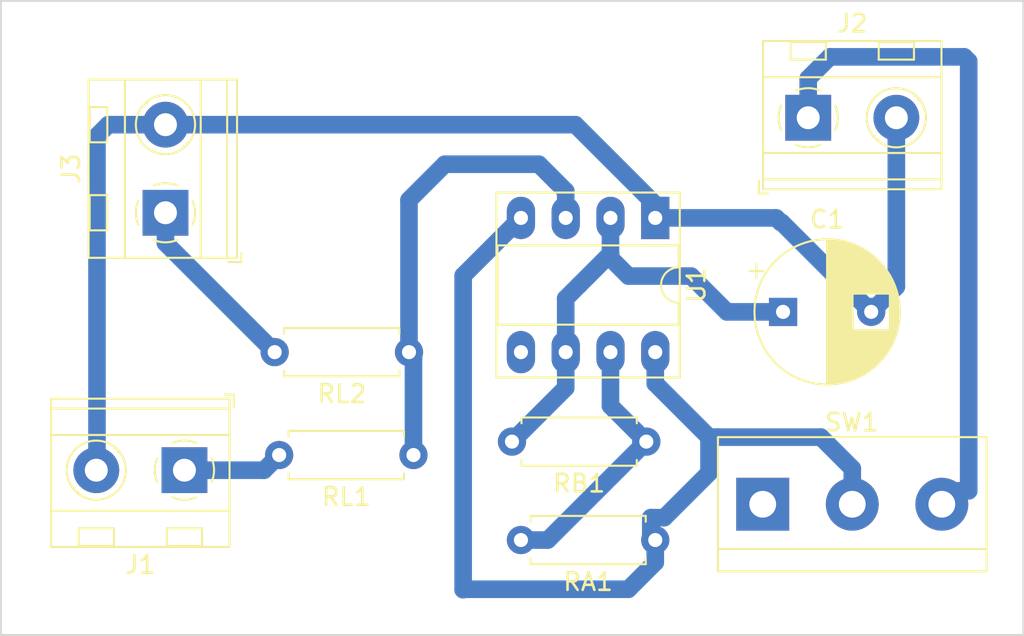
<source format=kicad_pcb>
(kicad_pcb (version 20240108) (generator "pcbnew") (generator_version "8.0")
  (layers (0 "F.Cu" signal) (31 "B.Cu" signal) (34 "B.Paste" user) (35 "F.Paste" user) (36 "B.SilkS" user "B.Silkscreen") (37 "F.SilkS" user "F.Silkscreen") (38 "B.Mask" user) (39 "F.Mask" user) (44 "Edge.Cuts" user))
  (net 0 "")
  (net 1 "GND")
  (net 2 "PATTE6")
  (net 3 "Net-(J1-Pin_1)")
  (net 4 "Net-(J2-Pin_1)")
  (net 5 "Net-(J3-Pin_1)")
  (net 6 "VCC")
  (net 7 "Net-(U1-DIS)")
  (net 8 "Net-(U1-Q)")
  (footprint "Resistor_THT:R_Axial_DIN0207_L6.3mm_D2.5mm_P7.62mm_Horizontal" (layer "F.Cu") (at 73.152 43.942 180)
    (property "Reference" "RL2" (at 3.81 -2.37 0) (layer "F.SilkS"))
    (property "Value" "100")
    (fp_line (start 7.08 1.37) (end 7.08 1.04) (stroke (width 0.12)) (layer "F.SilkS"))
    (fp_line (start 7.08 -1.37) (end 7.08 -1.04) (stroke (width 0.12)) (layer "F.SilkS"))
    (fp_line (start 0.54 1.37) (end 7.08 1.37) (stroke (width 0.12)) (layer "F.SilkS"))
    (fp_line (start 0.54 1.04) (end 0.54 1.37) (stroke (width 0.12)) (layer "F.SilkS"))
    (fp_line (start 0.54 -1.04) (end 0.54 -1.37) (stroke (width 0.12)) (layer "F.SilkS"))
    (fp_line (start 0.54 -1.37) (end 7.08 -1.37) (stroke (width 0.12)) (layer "F.SilkS"))
    (pad "1" thru_hole circle (at 0 0 180) (size 1.6 1.6) (drill 0.8) (layers "*.Cu" "*.Mask") (net 8 "Net-(U1-Q)"))
    (pad "2" thru_hole oval (at 7.62 0 180) (size 1.6 1.6) (drill 0.8) (layers "*.Cu" "*.Mask") (net 5 "Net-(J3-Pin_1)"))
  )
  (footprint "TerminalBlock_MetzConnect:TerminalBlock_MetzConnect_Type094_RT03502HBLU_1x02_P5.00mm_Horizontal" (layer "F.Cu") (at 95.798 30.635)
    (property "Reference" "J2" (at 2.5 -5.36 0) (layer "F.SilkS"))
    (property "Value" "SOURCE")
    (fp_line (start -2.8 3.56) (end -2.8 4.3) (stroke (width 0.12)) (layer "F.SilkS"))
    (fp_line (start -2.8 4.3) (end -2.3 4.3) (stroke (width 0.12)) (layer "F.SilkS"))
    (fp_line (start -2.56 -4.36) (end -2.56 4.06) (stroke (width 0.12)) (layer "F.SilkS"))
    (fp_line (start -2.56 -4.36) (end 7.56 -4.36) (stroke (width 0.12)) (layer "F.SilkS"))
    (fp_line (start -2.56 -2.301) (end 7.56 -2.301) (stroke (width 0.12)) (layer "F.SilkS"))
    (fp_line (start -2.56 2) (end 7.56 2) (stroke (width 0.12)) (layer "F.SilkS"))
    (fp_line (start -2.56 3.5) (end 7.56 3.5) (stroke (width 0.12)) (layer "F.SilkS"))
    (fp_line (start -2.56 4.06) (end 7.56 4.06) (stroke (width 0.12)) (layer "F.SilkS"))
    (fp_line (start -1 -4.3) (end -1 -3.3) (stroke (width 0.12)) (layer "F.SilkS"))
    (fp_line (start -1 -4.3) (end 1 -4.3) (stroke (width 0.12)) (layer "F.SilkS"))
    (fp_line (start -1 -3.3) (end 1 -3.3) (stroke (width 0.12)) (layer "F.SilkS"))
    (fp_line (start 1 -4.3) (end 1 -3.3) (stroke (width 0.12)) (layer "F.SilkS"))
    (fp_line (start 3.773 1.023) (end 3.726 1.069) (stroke (width 0.12)) (layer "F.SilkS"))
    (fp_line (start 3.966 1.239) (end 3.931 1.274) (stroke (width 0.12)) (layer "F.SilkS"))
    (fp_line (start 4 -4.3) (end 4 -3.3) (stroke (width 0.12)) (layer "F.SilkS"))
    (fp_line (start 4 -4.3) (end 6 -4.3) (stroke (width 0.12)) (layer "F.SilkS"))
    (fp_line (start 4 -3.3) (end 6 -3.3) (stroke (width 0.12)) (layer "F.SilkS"))
    (fp_line (start 6 -4.3) (end 6 -3.3) (stroke (width 0.12)) (layer "F.SilkS"))
    (fp_line (start 6.07 -1.275) (end 6.035 -1.239) (stroke (width 0.12)) (layer "F.SilkS"))
    (fp_line (start 6.275 -1.069) (end 6.228 -1.023) (stroke (width 0.12)) (layer "F.SilkS"))
    (fp_line (start 7.56 -4.36) (end 7.56 4.06) (stroke (width 0.12)) (layer "F.SilkS"))
    (fp_arc (start -1.535427 0.683042) (mid -1.680501 -0.000524) (end -1.535 -0.684) (stroke (width 0.12)) (layer "F.SilkS"))
    (fp_arc (start -0.683042 -1.535427) (mid 0.000524 -1.680501) (end 0.684 -1.535) (stroke (width 0.12)) (layer "F.SilkS"))
    (fp_arc (start 0.028805 1.680253) (mid -0.335551 1.646659) (end -0.684 1.535) (stroke (width 0.12)) (layer "F.SilkS"))
    (fp_arc (start 0.683318 1.534756) (mid 0.349292 1.643288) (end 0 1.68) (stroke (width 0.12)) (layer "F.SilkS"))
    (fp_arc (start 1.535427 -0.683042) (mid 1.680501 0.000524) (end 1.535 0.684) (stroke (width 0.12)) (layer "F.SilkS"))
    (fp_circle (center 5 0) (end 6.68 0) (stroke (width 0.12)) (fill none) (layer "F.SilkS"))
    (pad "1" thru_hole rect (at 0 0) (size 2.6 2.6) (drill 1.3) (layers "*.Cu" "*.Mask") (net 4 "Net-(J2-Pin_1)"))
    (pad "2" thru_hole circle (at 5 0) (size 2.6 2.6) (drill 1.3) (layers "*.Cu" "*.Mask") (net 1 "GND"))
  )
  (footprint "TerminalBlock_MetzConnect:TerminalBlock_MetzConnect_Type094_RT03502HBLU_1x02_P5.00mm_Horizontal" (layer "F.Cu") (at 59.337 36.028 90)
    (property "Reference" "J3" (at 2.5 -5.36 90) (layer "F.SilkS"))
    (property "Value" "OUT_LED1")
    (fp_line (start 7.56 -4.36) (end 7.56 4.06) (stroke (width 0.12)) (layer "F.SilkS"))
    (fp_line (start -2.56 -4.36) (end 7.56 -4.36) (stroke (width 0.12)) (layer "F.SilkS"))
    (fp_line (start -2.56 -4.36) (end -2.56 4.06) (stroke (width 0.12)) (layer "F.SilkS"))
    (fp_line (start 6 -4.3) (end 6 -3.3) (stroke (width 0.12)) (layer "F.SilkS"))
    (fp_line (start 4 -4.3) (end 6 -4.3) (stroke (width 0.12)) (layer "F.SilkS"))
    (fp_line (start 4 -4.3) (end 4 -3.3) (stroke (width 0.12)) (layer "F.SilkS"))
    (fp_line (start 1 -4.3) (end 1 -3.3) (stroke (width 0.12)) (layer "F.SilkS"))
    (fp_line (start -1 -4.3) (end 1 -4.3) (stroke (width 0.12)) (layer "F.SilkS"))
    (fp_line (start -1 -4.3) (end -1 -3.3) (stroke (width 0.12)) (layer "F.SilkS"))
    (fp_line (start 4 -3.3) (end 6 -3.3) (stroke (width 0.12)) (layer "F.SilkS"))
    (fp_line (start -1 -3.3) (end 1 -3.3) (stroke (width 0.12)) (layer "F.SilkS"))
    (fp_line (start -2.56 -2.301) (end 7.56 -2.301) (stroke (width 0.12)) (layer "F.SilkS"))
    (fp_line (start 6.07 -1.275) (end 6.035 -1.239) (stroke (width 0.12)) (layer "F.SilkS"))
    (fp_line (start 6.275 -1.069) (end 6.228 -1.023) (stroke (width 0.12)) (layer "F.SilkS"))
    (fp_line (start 3.773 1.023) (end 3.726 1.069) (stroke (width 0.12)) (layer "F.SilkS"))
    (fp_line (start 3.966 1.239) (end 3.931 1.274) (stroke (width 0.12)) (layer "F.SilkS"))
    (fp_line (start -2.56 2) (end 7.56 2) (stroke (width 0.12)) (layer "F.SilkS"))
    (fp_line (start -2.56 3.5) (end 7.56 3.5) (stroke (width 0.12)) (layer "F.SilkS"))
    (fp_line (start -2.8 3.56) (end -2.8 4.3) (stroke (width 0.12)) (layer "F.SilkS"))
    (fp_line (start -2.56 4.06) (end 7.56 4.06) (stroke (width 0.12)) (layer "F.SilkS"))
    (fp_line (start -2.8 4.3) (end -2.3 4.3) (stroke (width 0.12)) (layer "F.SilkS"))
    (fp_arc (start -0.683042 -1.535427) (mid 0.000524 -1.680501) (end 0.684 -1.535) (stroke (width 0.12)) (layer "F.SilkS"))
    (fp_arc (start 1.535427 -0.683042) (mid 1.680501 0.000524) (end 1.535 0.684) (stroke (width 0.12)) (layer "F.SilkS"))
    (fp_arc (start -1.535427 0.683042) (mid -1.680501 -0.000524) (end -1.535 -0.684) (stroke (width 0.12)) (layer "F.SilkS"))
    (fp_arc (start 0.683318 1.534756) (mid 0.349292 1.643288) (end 0 1.68) (stroke (width 0.12)) (layer "F.SilkS"))
    (fp_arc (start 0.028805 1.680253) (mid -0.335551 1.646659) (end -0.684 1.535) (stroke (width 0.12)) (layer "F.SilkS"))
    (fp_circle (center 5 0) (end 6.68 0) (stroke (width 0.12)) (fill none) (layer "F.SilkS"))
    (pad "1" thru_hole rect (at 0 0 90) (size 2.6 2.6) (drill 1.3) (layers "*.Cu" "*.Mask") (net 5 "Net-(J3-Pin_1)"))
    (pad "2" thru_hole circle (at 5 0 90) (size 2.6 2.6) (drill 1.3) (layers "*.Cu" "*.Mask") (net 1 "GND"))
  )
  (footprint "Resistor_THT:R_Axial_DIN0207_L6.3mm_D2.5mm_P7.62mm_Horizontal" (layer "F.Cu") (at 87.122 54.61 180)
    (property "Reference" "RA1" (at 3.81 -2.37 0) (layer "F.SilkS"))
    (property "Value" "10k")
    (fp_line (start 7.08 1.37) (end 7.08 1.04) (stroke (width 0.12)) (layer "F.SilkS"))
    (fp_line (start 7.08 -1.37) (end 7.08 -1.04) (stroke (width 0.12)) (layer "F.SilkS"))
    (fp_line (start 0.54 1.37) (end 7.08 1.37) (stroke (width 0.12)) (layer "F.SilkS"))
    (fp_line (start 0.54 1.04) (end 0.54 1.37) (stroke (width 0.12)) (layer "F.SilkS"))
    (fp_line (start 0.54 -1.04) (end 0.54 -1.37) (stroke (width 0.12)) (layer "F.SilkS"))
    (fp_line (start 0.54 -1.37) (end 7.08 -1.37) (stroke (width 0.12)) (layer "F.SilkS"))
    (pad "1" thru_hole circle (at 0 0 180) (size 1.6 1.6) (drill 0.8) (layers "*.Cu" "*.Mask") (net 6 "VCC"))
    (pad "2" thru_hole oval (at 7.62 0 180) (size 1.6 1.6) (drill 0.8) (layers "*.Cu" "*.Mask") (net 7 "Net-(U1-DIS)"))
  )
  (footprint "Resistor_THT:R_Axial_DIN0207_L6.3mm_D2.5mm_P7.62mm_Horizontal" (layer "F.Cu") (at 73.406 49.784 180)
    (property "Reference" "RL1" (at 3.81 -2.37 0) (layer "F.SilkS"))
    (property "Value" "100")
    (fp_line (start 7.08 1.37) (end 7.08 1.04) (stroke (width 0.12)) (layer "F.SilkS"))
    (fp_line (start 7.08 -1.37) (end 7.08 -1.04) (stroke (width 0.12)) (layer "F.SilkS"))
    (fp_line (start 0.54 1.37) (end 7.08 1.37) (stroke (width 0.12)) (layer "F.SilkS"))
    (fp_line (start 0.54 1.04) (end 0.54 1.37) (stroke (width 0.12)) (layer "F.SilkS"))
    (fp_line (start 0.54 -1.04) (end 0.54 -1.37) (stroke (width 0.12)) (layer "F.SilkS"))
    (fp_line (start 0.54 -1.37) (end 7.08 -1.37) (stroke (width 0.12)) (layer "F.SilkS"))
    (pad "1" thru_hole circle (at 0 0 180) (size 1.6 1.6) (drill 0.8) (layers "*.Cu" "*.Mask") (net 8 "Net-(U1-Q)"))
    (pad "2" thru_hole oval (at 7.62 0 180) (size 1.6 1.6) (drill 0.8) (layers "*.Cu" "*.Mask") (net 3 "Net-(J1-Pin_1)"))
  )
  (footprint "TerminalBlock_MetzConnect:TerminalBlock_MetzConnect_Type094_RT03502HBLU_1x02_P5.00mm_Horizontal" (layer "F.Cu") (at 60.412 50.645 180)
    (property "Reference" "J1" (at 2.5 -5.36 0) (layer "F.SilkS"))
    (property "Value" "OUT_LED2")
    (fp_line (start 7.56 -4.36) (end 7.56 4.06) (stroke (width 0.12)) (layer "F.SilkS"))
    (fp_line (start 6.275 -1.069) (end 6.228 -1.023) (stroke (width 0.12)) (layer "F.SilkS"))
    (fp_line (start 6.07 -1.275) (end 6.035 -1.239) (stroke (width 0.12)) (layer "F.SilkS"))
    (fp_line (start 6 -4.3) (end 6 -3.3) (stroke (width 0.12)) (layer "F.SilkS"))
    (fp_line (start 4 -3.3) (end 6 -3.3) (stroke (width 0.12)) (layer "F.SilkS"))
    (fp_line (start 4 -4.3) (end 6 -4.3) (stroke (width 0.12)) (layer "F.SilkS"))
    (fp_line (start 4 -4.3) (end 4 -3.3) (stroke (width 0.12)) (layer "F.SilkS"))
    (fp_line (start 3.966 1.239) (end 3.931 1.274) (stroke (width 0.12)) (layer "F.SilkS"))
    (fp_line (start 3.773 1.023) (end 3.726 1.069) (stroke (width 0.12)) (layer "F.SilkS"))
    (fp_line (start 1 -4.3) (end 1 -3.3) (stroke (width 0.12)) (layer "F.SilkS"))
    (fp_line (start -1 -3.3) (end 1 -3.3) (stroke (width 0.12)) (layer "F.SilkS"))
    (fp_line (start -1 -4.3) (end 1 -4.3) (stroke (width 0.12)) (layer "F.SilkS"))
    (fp_line (start -1 -4.3) (end -1 -3.3) (stroke (width 0.12)) (layer "F.SilkS"))
    (fp_line (start -2.56 4.06) (end 7.56 4.06) (stroke (width 0.12)) (layer "F.SilkS"))
    (fp_line (start -2.56 3.5) (end 7.56 3.5) (stroke (width 0.12)) (layer "F.SilkS"))
    (fp_line (start -2.56 2) (end 7.56 2) (stroke (width 0.12)) (layer "F.SilkS"))
    (fp_line (start -2.56 -2.301) (end 7.56 -2.301) (stroke (width 0.12)) (layer "F.SilkS"))
    (fp_line (start -2.56 -4.36) (end 7.56 -4.36) (stroke (width 0.12)) (layer "F.SilkS"))
    (fp_line (start -2.56 -4.36) (end -2.56 4.06) (stroke (width 0.12)) (layer "F.SilkS"))
    (fp_line (start -2.8 4.3) (end -2.3 4.3) (stroke (width 0.12)) (layer "F.SilkS"))
    (fp_line (start -2.8 3.56) (end -2.8 4.3) (stroke (width 0.12)) (layer "F.SilkS"))
    (fp_arc (start 1.535427 -0.683042) (mid 1.680501 0.000524) (end 1.535 0.684) (stroke (width 0.12)) (layer "F.SilkS"))
    (fp_arc (start 0.683318 1.534756) (mid 0.349292 1.643288) (end 0 1.68) (stroke (width 0.12)) (layer "F.SilkS"))
    (fp_arc (start 0.028805 1.680253) (mid -0.335551 1.646659) (end -0.684 1.535) (stroke (width 0.12)) (layer "F.SilkS"))
    (fp_arc (start -0.683042 -1.535427) (mid 0.000524 -1.680501) (end 0.684 -1.535) (stroke (width 0.12)) (layer "F.SilkS"))
    (fp_arc (start -1.535427 0.683042) (mid -1.680501 -0.000524) (end -1.535 -0.684) (stroke (width 0.12)) (layer "F.SilkS"))
    (fp_circle (center 5 0) (end 6.68 0) (stroke (width 0.12)) (fill none) (layer "F.SilkS"))
    (pad "1" thru_hole rect (at 0 0 180) (size 2.6 2.6) (drill 1.3) (layers "*.Cu" "*.Mask") (net 3 "Net-(J1-Pin_1)"))
    (pad "2" thru_hole circle (at 5 0 180) (size 2.6 2.6) (drill 1.3) (layers "*.Cu" "*.Mask") (net 1 "GND"))
  )
  (footprint "Package_DIP:DIP-8_W7.62mm_Socket_LongPads" (layer "F.Cu") (at 87.122 36.322 -90)
    (property "Reference" "U1" (at 3.81 -2.33 90) (layer "F.SilkS"))
    (property "Value" "LM555xM")
    (fp_line (start -1.44 9.01) (end 9.06 9.01) (stroke (width 0.12)) (layer "F.SilkS"))
    (fp_line (start 9.06 9.01) (end 9.06 -1.39) (stroke (width 0.12)) (layer "F.SilkS"))
    (fp_line (start 1.56 8.95) (end 6.06 8.95) (stroke (width 0.12)) (layer "F.SilkS"))
    (fp_line (start 6.06 8.95) (end 6.06 -1.33) (stroke (width 0.12)) (layer "F.SilkS"))
    (fp_line (start 1.56 -1.33) (end 1.56 8.95) (stroke (width 0.12)) (layer "F.SilkS"))
    (fp_line (start 2.81 -1.33) (end 1.56 -1.33) (stroke (width 0.12)) (layer "F.SilkS"))
    (fp_line (start 6.06 -1.33) (end 4.81 -1.33) (stroke (width 0.12)) (layer "F.SilkS"))
    (fp_line (start -1.44 -1.39) (end -1.44 9.01) (stroke (width 0.12)) (layer "F.SilkS"))
    (fp_line (start 9.06 -1.39) (end -1.44 -1.39) (stroke (width 0.12)) (layer "F.SilkS"))
    (fp_arc (start 4.81 -1.33) (mid 3.81 -0.33) (end 2.81 -1.33) (stroke (width 0.12)) (layer "F.SilkS"))
    (pad "1" thru_hole rect (at 0 0 270) (size 2.4 1.6) (drill 0.8) (layers "*.Cu" "*.Mask") (net 1 "GND"))
    (pad "2" thru_hole oval (at 0 2.54 270) (size 2.4 1.6) (drill 0.8) (layers "*.Cu" "*.Mask") (net 2 "PATTE6"))
    (pad "3" thru_hole oval (at 0 5.08 270) (size 2.4 1.6) (drill 0.8) (layers "*.Cu" "*.Mask") (net 8 "Net-(U1-Q)"))
    (pad "4" thru_hole oval (at 0 7.62 270) (size 2.4 1.6) (drill 0.8) (layers "*.Cu" "*.Mask") (net 6 "VCC"))
    (pad "5" thru_hole oval (at 7.62 7.62 270) (size 2.4 1.6) (drill 0.8) (layers "*.Cu" "*.Mask"))
    (pad "6" thru_hole oval (at 7.62 5.08 270) (size 2.4 1.6) (drill 0.8) (layers "*.Cu" "*.Mask") (net 2 "PATTE6"))
    (pad "7" thru_hole oval (at 7.62 2.54 270) (size 2.4 1.6) (drill 0.8) (layers "*.Cu" "*.Mask") (net 7 "Net-(U1-DIS)"))
    (pad "8" thru_hole oval (at 7.62 0 270) (size 2.4 1.6) (drill 0.8) (layers "*.Cu" "*.Mask") (net 6 "VCC"))
  )
  (footprint "Resistor_THT:R_Axial_DIN0207_L6.3mm_D2.5mm_P7.62mm_Horizontal" (layer "F.Cu") (at 86.614 49.022 180)
    (property "Reference" "RB1" (at 3.81 -2.37 0) (layer "F.SilkS"))
    (property "Value" "2k")
    (fp_line (start 7.08 1.37) (end 7.08 1.04) (stroke (width 0.12)) (layer "F.SilkS"))
    (fp_line (start 7.08 -1.37) (end 7.08 -1.04) (stroke (width 0.12)) (layer "F.SilkS"))
    (fp_line (start 0.54 1.37) (end 7.08 1.37) (stroke (width 0.12)) (layer "F.SilkS"))
    (fp_line (start 0.54 1.04) (end 0.54 1.37) (stroke (width 0.12)) (layer "F.SilkS"))
    (fp_line (start 0.54 -1.04) (end 0.54 -1.37) (stroke (width 0.12)) (layer "F.SilkS"))
    (fp_line (start 0.54 -1.37) (end 7.08 -1.37) (stroke (width 0.12)) (layer "F.SilkS"))
    (pad "1" thru_hole circle (at 0 0 180) (size 1.6 1.6) (drill 0.8) (layers "*.Cu" "*.Mask") (net 7 "Net-(U1-DIS)"))
    (pad "2" thru_hole oval (at 7.62 0 180) (size 1.6 1.6) (drill 0.8) (layers "*.Cu" "*.Mask") (net 2 "PATTE6"))
  )
  (footprint "TerminalBlock:TerminalBlock_bornier-3_P5.08mm" (layer "F.Cu") (at 93.218 52.578)
    (property "Reference" "SW1" (at 5.05 -4.65 0) (layer "F.SilkS"))
    (property "Value" "SW_SWITCH")
    (fp_line (start -2.54 -3.81) (end 12.7 -3.81) (stroke (width 0.12)) (layer "F.SilkS"))
    (fp_line (start -2.54 2.54) (end 12.7 2.54) (stroke (width 0.12)) (layer "F.SilkS"))
    (fp_line (start -2.54 3.81) (end -2.54 -3.81) (stroke (width 0.12)) (layer "F.SilkS"))
    (fp_line (start -2.54 3.81) (end 12.7 3.81) (stroke (width 0.12)) (layer "F.SilkS"))
    (fp_line (start 12.7 3.81) (end 12.7 -3.81) (stroke (width 0.12)) (layer "F.SilkS"))
    (pad "1" thru_hole rect (at 0 0) (size 3 3) (drill 1.52) (layers "*.Cu" "*.Mask"))
    (pad "2" thru_hole circle (at 5.08 0) (size 3 3) (drill 1.52) (layers "*.Cu" "*.Mask") (net 6 "VCC"))
    (pad "3" thru_hole circle (at 10.16 0) (size 3 3) (drill 1.52) (layers "*.Cu" "*.Mask") (net 4 "Net-(J2-Pin_1)"))
  )
  (footprint "Capacitor_THT:CP_Radial_D8.0mm_P5.00mm" (layer "F.Cu") (at 94.371349 41.656)
    (property "Reference" "C1" (at 2.5 -5.25 0) (layer "F.SilkS"))
    (property "Value" "100u")
    (fp_line (start -1.909698 -2.315) (end -1.109698 -2.315) (stroke (width 0.12)) (layer "F.SilkS"))
    (fp_line (start -1.509698 -2.715) (end -1.509698 -1.915) (stroke (width 0.12)) (layer "F.SilkS"))
    (fp_line (start 2.5 -4.08) (end 2.5 4.08) (stroke (width 0.12)) (layer "F.SilkS"))
    (fp_line (start 2.54 -4.08) (end 2.54 4.08) (stroke (width 0.12)) (layer "F.SilkS"))
    (fp_line (start 2.58 -4.08) (end 2.58 4.08) (stroke (width 0.12)) (layer "F.SilkS"))
    (fp_line (start 2.62 -4.079) (end 2.62 4.079) (stroke (width 0.12)) (layer "F.SilkS"))
    (fp_line (start 2.66 -4.077) (end 2.66 4.077) (stroke (width 0.12)) (layer "F.SilkS"))
    (fp_line (start 2.7 -4.076) (end 2.7 4.076) (stroke (width 0.12)) (layer "F.SilkS"))
    (fp_line (start 2.74 -4.074) (end 2.74 4.074) (stroke (width 0.12)) (layer "F.SilkS"))
    (fp_line (start 2.78 -4.071) (end 2.78 4.071) (stroke (width 0.12)) (layer "F.SilkS"))
    (fp_line (start 2.82 -4.068) (end 2.82 4.068) (stroke (width 0.12)) (layer "F.SilkS"))
    (fp_line (start 2.86 -4.065) (end 2.86 4.065) (stroke (width 0.12)) (layer "F.SilkS"))
    (fp_line (start 2.9 -4.061) (end 2.9 4.061) (stroke (width 0.12)) (layer "F.SilkS"))
    (fp_line (start 2.94 -4.057) (end 2.94 4.057) (stroke (width 0.12)) (layer "F.SilkS"))
    (fp_line (start 2.98 -4.052) (end 2.98 4.052) (stroke (width 0.12)) (layer "F.SilkS"))
    (fp_line (start 3.02 -4.048) (end 3.02 4.048) (stroke (width 0.12)) (layer "F.SilkS"))
    (fp_line (start 3.06 -4.042) (end 3.06 4.042) (stroke (width 0.12)) (layer "F.SilkS"))
    (fp_line (start 3.1 -4.037) (end 3.1 4.037) (stroke (width 0.12)) (layer "F.SilkS"))
    (fp_line (start 3.14 -4.03) (end 3.14 4.03) (stroke (width 0.12)) (layer "F.SilkS"))
    (fp_line (start 3.18 -4.024) (end 3.18 4.024) (stroke (width 0.12)) (layer "F.SilkS"))
    (fp_line (start 3.221 -4.017) (end 3.221 4.017) (stroke (width 0.12)) (layer "F.SilkS"))
    (fp_line (start 3.261 -4.01) (end 3.261 4.01) (stroke (width 0.12)) (layer "F.SilkS"))
    (fp_line (start 3.301 -4.002) (end 3.301 4.002) (stroke (width 0.12)) (layer "F.SilkS"))
    (fp_line (start 3.341 -3.994) (end 3.341 3.994) (stroke (width 0.12)) (layer "F.SilkS"))
    (fp_line (start 3.381 -3.985) (end 3.381 3.985) (stroke (width 0.12)) (layer "F.SilkS"))
    (fp_line (start 3.421 -3.976) (end 3.421 3.976) (stroke (width 0.12)) (layer "F.SilkS"))
    (fp_line (start 3.461 -3.967) (end 3.461 3.967) (stroke (width 0.12)) (layer "F.SilkS"))
    (fp_line (start 3.501 -3.957) (end 3.501 3.957) (stroke (width 0.12)) (layer "F.SilkS"))
    (fp_line (start 3.541 -3.947) (end 3.541 3.947) (stroke (width 0.12)) (layer "F.SilkS"))
    (fp_line (start 3.581 -3.936) (end 3.581 3.936) (stroke (width 0.12)) (layer "F.SilkS"))
    (fp_line (start 3.621 -3.925) (end 3.621 3.925) (stroke (width 0.12)) (layer "F.SilkS"))
    (fp_line (start 3.661 -3.914) (end 3.661 3.914) (stroke (width 0.12)) (layer "F.SilkS"))
    (fp_line (start 3.701 -3.902) (end 3.701 3.902) (stroke (width 0.12)) (layer "F.SilkS"))
    (fp_line (start 3.741 -3.889) (end 3.741 3.889) (stroke (width 0.12)) (layer "F.SilkS"))
    (fp_line (start 3.781 -3.877) (end 3.781 3.877) (stroke (width 0.12)) (layer "F.SilkS"))
    (fp_line (start 3.821 -3.863) (end 3.821 3.863) (stroke (width 0.12)) (layer "F.SilkS"))
    (fp_line (start 3.861 -3.85) (end 3.861 3.85) (stroke (width 0.12)) (layer "F.SilkS"))
    (fp_line (start 3.901 -3.835) (end 3.901 3.835) (stroke (width 0.12)) (layer "F.SilkS"))
    (fp_line (start 3.941 -3.821) (end 3.941 3.821) (stroke (width 0.12)) (layer "F.SilkS"))
    (fp_line (start 3.981 -3.805) (end 3.981 -1.04) (stroke (width 0.12)) (layer "F.SilkS"))
    (fp_line (start 3.981 1.04) (end 3.981 3.805) (stroke (width 0.12)) (layer "F.SilkS"))
    (fp_line (start 4.021 -3.79) (end 4.021 -1.04) (stroke (width 0.12)) (layer "F.SilkS"))
    (fp_line (start 4.021 1.04) (end 4.021 3.79) (stroke (width 0.12)) (layer "F.SilkS"))
    (fp_line (start 4.061 -3.774) (end 4.061 -1.04) (stroke (width 0.12)) (layer "F.SilkS"))
    (fp_line (start 4.061 1.04) (end 4.061 3.774) (stroke (width 0.12)) (layer "F.SilkS"))
    (fp_line (start 4.101 -3.757) (end 4.101 -1.04) (stroke (width 0.12)) (layer "F.SilkS"))
    (fp_line (start 4.101 1.04) (end 4.101 3.757) (stroke (width 0.12)) (layer "F.SilkS"))
    (fp_line (start 4.141 -3.74) (end 4.141 -1.04) (stroke (width 0.12)) (layer "F.SilkS"))
    (fp_line (start 4.141 1.04) (end 4.141 3.74) (stroke (width 0.12)) (layer "F.SilkS"))
    (fp_line (start 4.181 -3.722) (end 4.181 -1.04) (stroke (width 0.12)) (layer "F.SilkS"))
    (fp_line (start 4.181 1.04) (end 4.181 3.722) (stroke (width 0.12)) (layer "F.SilkS"))
    (fp_line (start 4.221 -3.704) (end 4.221 -1.04) (stroke (width 0.12)) (layer "F.SilkS"))
    (fp_line (start 4.221 1.04) (end 4.221 3.704) (stroke (width 0.12)) (layer "F.SilkS"))
    (fp_line (start 4.261 -3.686) (end 4.261 -1.04) (stroke (width 0.12)) (layer "F.SilkS"))
    (fp_line (start 4.261 1.04) (end 4.261 3.686) (stroke (width 0.12)) (layer "F.SilkS"))
    (fp_line (start 4.301 -3.666) (end 4.301 -1.04) (stroke (width 0.12)) (layer "F.SilkS"))
    (fp_line (start 4.301 1.04) (end 4.301 3.666) (stroke (width 0.12)) (layer "F.SilkS"))
    (fp_line (start 4.341 -3.647) (end 4.341 -1.04) (stroke (width 0.12)) (layer "F.SilkS"))
    (fp_line (start 4.341 1.04) (end 4.341 3.647) (stroke (width 0.12)) (layer "F.SilkS"))
    (fp_line (start 4.381 -3.627) (end 4.381 -1.04) (stroke (width 0.12)) (layer "F.SilkS"))
    (fp_line (start 4.381 1.04) (end 4.381 3.627) (stroke (width 0.12)) (layer "F.SilkS"))
    (fp_line (start 4.421 -3.606) (end 4.421 -1.04) (stroke (width 0.12)) (layer "F.SilkS"))
    (fp_line (start 4.421 1.04) (end 4.421 3.606) (stroke (width 0.12)) (layer "F.SilkS"))
    (fp_line (start 4.461 -3.584) (end 4.461 -1.04) (stroke (width 0.12)) (layer "F.SilkS"))
    (fp_line (start 4.461 1.04) (end 4.461 3.584) (stroke (width 0.12)) (layer "F.SilkS"))
    (fp_line (start 4.501 -3.562) (end 4.501 -1.04) (stroke (width 0.12)) (layer "F.SilkS"))
    (fp_line (start 4.501 1.04) (end 4.501 3.562) (stroke (width 0.12)) (layer "F.SilkS"))
    (fp_line (start 4.541 -3.54) (end 4.541 -1.04) (stroke (width 0.12)) (layer "F.SilkS"))
    (fp_line (start 4.541 1.04) (end 4.541 3.54) (stroke (width 0.12)) (layer "F.SilkS"))
    (fp_line (start 4.581 -3.517) (end 4.581 -1.04) (stroke (width 0.12)) (layer "F.SilkS"))
    (fp_line (start 4.581 1.04) (end 4.581 3.517) (stroke (width 0.12)) (layer "F.SilkS"))
    (fp_line (start 4.621 -3.493) (end 4.621 -1.04) (stroke (width 0.12)) (layer "F.SilkS"))
    (fp_line (start 4.621 1.04) (end 4.621 3.493) (stroke (width 0.12)) (layer "F.SilkS"))
    (fp_line (start 4.661 -3.469) (end 4.661 -1.04) (stroke (width 0.12)) (layer "F.SilkS"))
    (fp_line (start 4.661 1.04) (end 4.661 3.469) (stroke (width 0.12)) (layer "F.SilkS"))
    (fp_line (start 4.701 -3.444) (end 4.701 -1.04) (stroke (width 0.12)) (layer "F.SilkS"))
    (fp_line (start 4.701 1.04) (end 4.701 3.444) (stroke (width 0.12)) (layer "F.SilkS"))
    (fp_line (start 4.741 -3.418) (end 4.741 -1.04) (stroke (width 0.12)) (layer "F.SilkS"))
    (fp_line (start 4.741 1.04) (end 4.741 3.418) (stroke (width 0.12)) (layer "F.SilkS"))
    (fp_line (start 4.781 -3.392) (end 4.781 -1.04) (stroke (width 0.12)) (layer "F.SilkS"))
    (fp_line (start 4.781 1.04) (end 4.781 3.392) (stroke (width 0.12)) (layer "F.SilkS"))
    (fp_line (start 4.821 -3.365) (end 4.821 -1.04) (stroke (width 0.12)) (layer "F.SilkS"))
    (fp_line (start 4.821 1.04) (end 4.821 3.365) (stroke (width 0.12)) (layer "F.SilkS"))
    (fp_line (start 4.861 -3.338) (end 4.861 -1.04) (stroke (width 0.12)) (layer "F.SilkS"))
    (fp_line (start 4.861 1.04) (end 4.861 3.338) (stroke (width 0.12)) (layer "F.SilkS"))
    (fp_line (start 4.901 -3.309) (end 4.901 -1.04) (stroke (width 0.12)) (layer "F.SilkS"))
    (fp_line (start 4.901 1.04) (end 4.901 3.309) (stroke (width 0.12)) (layer "F.SilkS"))
    (fp_line (start 4.941 -3.28) (end 4.941 -1.04) (stroke (width 0.12)) (layer "F.SilkS"))
    (fp_line (start 4.941 1.04) (end 4.941 3.28) (stroke (width 0.12)) (layer "F.SilkS"))
    (fp_line (start 4.981 -3.25) (end 4.981 -1.04) (stroke (width 0.12)) (layer "F.SilkS"))
    (fp_line (start 4.981 1.04) (end 4.981 3.25) (stroke (width 0.12)) (layer "F.SilkS"))
    (fp_line (start 5.021 -3.22) (end 5.021 -1.04) (stroke (width 0.12)) (layer "F.SilkS"))
    (fp_line (start 5.021 1.04) (end 5.021 3.22) (stroke (width 0.12)) (layer "F.SilkS"))
    (fp_line (start 5.061 -3.189) (end 5.061 -1.04) (stroke (width 0.12)) (layer "F.SilkS"))
    (fp_line (start 5.061 1.04) (end 5.061 3.189) (stroke (width 0.12)) (layer "F.SilkS"))
    (fp_line (start 5.101 -3.156) (end 5.101 -1.04) (stroke (width 0.12)) (layer "F.SilkS"))
    (fp_line (start 5.101 1.04) (end 5.101 3.156) (stroke (width 0.12)) (layer "F.SilkS"))
    (fp_line (start 5.141 -3.124) (end 5.141 -1.04) (stroke (width 0.12)) (layer "F.SilkS"))
    (fp_line (start 5.141 1.04) (end 5.141 3.124) (stroke (width 0.12)) (layer "F.SilkS"))
    (fp_line (start 5.181 -3.09) (end 5.181 -1.04) (stroke (width 0.12)) (layer "F.SilkS"))
    (fp_line (start 5.181 1.04) (end 5.181 3.09) (stroke (width 0.12)) (layer "F.SilkS"))
    (fp_line (start 5.221 -3.055) (end 5.221 -1.04) (stroke (width 0.12)) (layer "F.SilkS"))
    (fp_line (start 5.221 1.04) (end 5.221 3.055) (stroke (width 0.12)) (layer "F.SilkS"))
    (fp_line (start 5.261 -3.019) (end 5.261 -1.04) (stroke (width 0.12)) (layer "F.SilkS"))
    (fp_line (start 5.261 1.04) (end 5.261 3.019) (stroke (width 0.12)) (layer "F.SilkS"))
    (fp_line (start 5.301 -2.983) (end 5.301 -1.04) (stroke (width 0.12)) (layer "F.SilkS"))
    (fp_line (start 5.301 1.04) (end 5.301 2.983) (stroke (width 0.12)) (layer "F.SilkS"))
    (fp_line (start 5.341 -2.945) (end 5.341 -1.04) (stroke (width 0.12)) (layer "F.SilkS"))
    (fp_line (start 5.341 1.04) (end 5.341 2.945) (stroke (width 0.12)) (layer "F.SilkS"))
    (fp_line (start 5.381 -2.907) (end 5.381 -1.04) (stroke (width 0.12)) (layer "F.SilkS"))
    (fp_line (start 5.381 1.04) (end 5.381 2.907) (stroke (width 0.12)) (layer "F.SilkS"))
    (fp_line (start 5.421 -2.867) (end 5.421 -1.04) (stroke (width 0.12)) (layer "F.SilkS"))
    (fp_line (start 5.421 1.04) (end 5.421 2.867) (stroke (width 0.12)) (layer "F.SilkS"))
    (fp_line (start 5.461 -2.826) (end 5.461 -1.04) (stroke (width 0.12)) (layer "F.SilkS"))
    (fp_line (start 5.461 1.04) (end 5.461 2.826) (stroke (width 0.12)) (layer "F.SilkS"))
    (fp_line (start 5.501 -2.784) (end 5.501 -1.04) (stroke (width 0.12)) (layer "F.SilkS"))
    (fp_line (start 5.501 1.04) (end 5.501 2.784) (stroke (width 0.12)) (layer "F.SilkS"))
    (fp_line (start 5.541 -2.741) (end 5.541 -1.04) (stroke (width 0.12)) (layer "F.SilkS"))
    (fp_line (start 5.541 1.04) (end 5.541 2.741) (stroke (width 0.12)) (layer "F.SilkS"))
    (fp_line (start 5.581 -2.697) (end 5.581 -1.04) (stroke (width 0.12)) (layer "F.SilkS"))
    (fp_line (start 5.581 1.04) (end 5.581 2.697) (stroke (width 0.12)) (layer "F.SilkS"))
    (fp_line (start 5.621 -2.651) (end 5.621 -1.04) (stroke (width 0.12)) (layer "F.SilkS"))
    (fp_line (start 5.621 1.04) (end 5.621 2.651) (stroke (width 0.12)) (layer "F.SilkS"))
    (fp_line (start 5.661 -2.604) (end 5.661 -1.04) (stroke (width 0.12)) (layer "F.SilkS"))
    (fp_line (start 5.661 1.04) (end 5.661 2.604) (stroke (width 0.12)) (layer "F.SilkS"))
    (fp_line (start 5.701 -2.556) (end 5.701 -1.04) (stroke (width 0.12)) (layer "F.SilkS"))
    (fp_line (start 5.701 1.04) (end 5.701 2.556) (stroke (width 0.12)) (layer "F.SilkS"))
    (fp_line (start 5.741 -2.505) (end 5.741 -1.04) (stroke (width 0.12)) (layer "F.SilkS"))
    (fp_line (start 5.741 1.04) (end 5.741 2.505) (stroke (width 0.12)) (layer "F.SilkS"))
    (fp_line (start 5.781 -2.454) (end 5.781 -1.04) (stroke (width 0.12)) (layer "F.SilkS"))
    (fp_line (start 5.781 1.04) (end 5.781 2.454) (stroke (width 0.12)) (layer "F.SilkS"))
    (fp_line (start 5.821 -2.4) (end 5.821 -1.04) (stroke (width 0.12)) (layer "F.SilkS"))
    (fp_line (start 5.821 1.04) (end 5.821 2.4) (stroke (width 0.12)) (layer "F.SilkS"))
    (fp_line (start 5.861 -2.345) (end 5.861 -1.04) (stroke (width 0.12)) (layer "F.SilkS"))
    (fp_line (start 5.861 1.04) (end 5.861 2.345) (stroke (width 0.12)) (layer "F.SilkS"))
    (fp_line (start 5.901 -2.287) (end 5.901 -1.04) (stroke (width 0.12)) (layer "F.SilkS"))
    (fp_line (start 5.901 1.04) (end 5.901 2.287) (stroke (width 0.12)) (layer "F.SilkS"))
    (fp_line (start 5.941 -2.228) (end 5.941 -1.04) (stroke (width 0.12)) (layer "F.SilkS"))
    (fp_line (start 5.941 1.04) (end 5.941 2.228) (stroke (width 0.12)) (layer "F.SilkS"))
    (fp_line (start 5.981 -2.166) (end 5.981 -1.04) (stroke (width 0.12)) (layer "F.SilkS"))
    (fp_line (start 5.981 1.04) (end 5.981 2.166) (stroke (width 0.12)) (layer "F.SilkS"))
    (fp_line (start 6.021 -2.102) (end 6.021 -1.04) (stroke (width 0.12)) (layer "F.SilkS"))
    (fp_line (start 6.021 1.04) (end 6.021 2.102) (stroke (width 0.12)) (layer "F.SilkS"))
    (fp_line (start 6.061 -2.034) (end 6.061 2.034) (stroke (width 0.12)) (layer "F.SilkS"))
    (fp_line (start 6.101 -1.964) (end 6.101 1.964) (stroke (width 0.12)) (layer "F.SilkS"))
    (fp_line (start 6.141 -1.89) (end 6.141 1.89) (stroke (width 0.12)) (layer "F.SilkS"))
    (fp_line (start 6.181 -1.813) (end 6.181 1.813) (stroke (width 0.12)) (layer "F.SilkS"))
    (fp_line (start 6.221 -1.731) (end 6.221 1.731) (stroke (width 0.12)) (layer "F.SilkS"))
    (fp_line (start 6.261 -1.645) (end 6.261 1.645) (stroke (width 0.12)) (layer "F.SilkS"))
    (fp_line (start 6.301 -1.552) (end 6.301 1.552) (stroke (width 0.12)) (layer "F.SilkS"))
    (fp_line (start 6.341 -1.453) (end 6.341 1.453) (stroke (width 0.12)) (layer "F.SilkS"))
    (fp_line (start 6.381 -1.346) (end 6.381 1.346) (stroke (width 0.12)) (layer "F.SilkS"))
    (fp_line (start 6.421 -1.229) (end 6.421 1.229) (stroke (width 0.12)) (layer "F.SilkS"))
    (fp_line (start 6.461 -1.098) (end 6.461 1.098) (stroke (width 0.12)) (layer "F.SilkS"))
    (fp_line (start 6.501 -0.948) (end 6.501 0.948) (stroke (width 0.12)) (layer "F.SilkS"))
    (fp_line (start 6.541 -0.768) (end 6.541 0.768) (stroke (width 0.12)) (layer "F.SilkS"))
    (fp_line (start 6.581 -0.533) (end 6.581 0.533) (stroke (width 0.12)) (layer "F.SilkS"))
    (fp_circle (center 2.5 0) (end 6.62 0) (stroke (width 0.12)) (fill none) (layer "F.SilkS"))
    (pad "1" thru_hole rect (at 0 0) (size 1.6 1.6) (drill 0.8) (layers "*.Cu" "*.Mask") (net 2 "PATTE6"))
    (pad "2" thru_hole circle (at 5 0) (size 1.6 1.6) (drill 0.8) (layers "*.Cu" "*.Mask") (net 1 "GND"))
  )
  (gr_rect (start 50 24) (end 108 60) (stroke (width 0.1)) (fill none) (layer "Edge.Cuts"))
  (segment (start 82.59 31.028) (end 87.122 35.56) (width 1) (layer "B.Cu") (net 1))
  (segment (start 59.337 31.028) (end 56.094 31.028) (width 1) (layer "B.Cu") (net 1))
  (segment (start 100.798 40.229349) (end 99.371349 41.656) (width 1) (layer "B.Cu") (net 1))
  (segment (start 87.122 35.56) (end 87.122 36.322) (width 1) (layer "B.Cu") (net 1))
  (segment (start 59.337 31.028) (end 82.59 31.028) (width 1) (layer "B.Cu") (net 1))
  (segment (start 56.094 31.028) (end 55.452 31.67) (width 1) (layer "B.Cu") (net 1))
  (segment (start 99.371349 41.656) (end 94.291349 36.576) (width 1) (layer "B.Cu") (net 1))
  (segment (start 100.798 30.635) (end 100.798 40.229349) (width 1) (layer "B.Cu") (net 1))
  (segment (start 94.291349 36.576) (end 94.234 36.576) (width 1) (layer "B.Cu") (net 1))
  (segment (start 94.234 36.576) (end 93.98 36.322) (width 1) (layer "B.Cu") (net 1))
  (segment (start 93.98 36.322) (end 87.122 36.322) (width 1) (layer "B.Cu") (net 1))
  (segment (start 55.452 31.67) (end 55.452 51.054) (width 1) (layer "B.Cu") (net 1))
  (segment (start 82.042 43.942) (end 82.042 40.894) (width 1) (layer "B.Cu") (net 2))
  (segment (start 84.582 38.608) (end 84.582 38.354) (width 1) (layer "B.Cu") (net 2))
  (segment (start 89.154 39.624) (end 85.598 39.624) (width 1) (layer "B.Cu") (net 2))
  (segment (start 82.042 45.974) (end 78.994 49.022) (width 1) (layer "B.Cu") (net 2))
  (segment (start 94.371349 41.656) (end 91.186 41.656) (width 1) (layer "B.Cu") (net 2))
  (segment (start 91.186 41.656) (end 89.154 39.624) (width 1) (layer "B.Cu") (net 2))
  (segment (start 82.042 43.942) (end 82.042 45.974) (width 1) (layer "B.Cu") (net 2))
  (segment (start 84.582 38.354) (end 84.582 37.846) (width 1) (layer "B.Cu") (net 2))
  (segment (start 84.582 37.846) (end 84.582 36.322) (width 1) (layer "B.Cu") (net 2))
  (segment (start 84.582 38.608) (end 85.598 39.624) (width 1) (layer "B.Cu") (net 2))
  (segment (start 82.804 40.132) (end 84.582 38.354) (width 1) (layer "B.Cu") (net 2))
  (segment (start 82.042 40.894) (end 82.804 40.132) (width 1) (layer "B.Cu") (net 2))
  (segment (start 60.412 50.645) (end 64.925 50.645) (width 1) (layer "B.Cu") (net 3))
  (segment (start 64.925 50.645) (end 65.786 49.784) (width 1) (layer "B.Cu") (net 3))
  (segment (start 95.798 28.408) (end 97.028 27.178) (width 1) (layer "B.Cu") (net 4))
  (segment (start 95.798 30.635) (end 95.798 28.408) (width 1) (layer "B.Cu") (net 4))
  (segment (start 104.902 51.816) (end 104.14 51.816) (width 1) (layer "B.Cu") (net 4))
  (segment (start 104.902 27.432) (end 104.902 51.816) (width 1) (layer "B.Cu") (net 4))
  (segment (start 104.14 51.816) (end 103.378 52.578) (width 1) (layer "B.Cu") (net 4))
  (segment (start 104.648 27.178) (end 104.902 27.432) (width 1) (layer "B.Cu") (net 4))
  (segment (start 97.028 27.178) (end 104.648 27.178) (width 1) (layer "B.Cu") (net 4))
  (segment (start 65.532 43.942) (end 59.337 37.747) (width 1) (layer "B.Cu") (net 5))
  (segment (start 59.337 37.747) (end 59.337 36.028) (width 1) (layer "B.Cu") (net 5))
  (segment (start 87.122 45.72) (end 90.17 48.768) (width 1) (layer "B.Cu") (net 6))
  (segment (start 87.63 53.34) (end 86.868 53.34) (width 1) (layer "B.Cu") (net 6))
  (segment (start 96.52 48.768) (end 98.298 50.546) (width 1) (layer "B.Cu") (net 6))
  (segment (start 86.868 54.356) (end 87.122 54.61) (width 1) (layer "B.Cu") (net 6))
  (segment (start 85.598 57.404) (end 76.248 57.404) (width 1) (layer "B.Cu") (net 6))
  (segment (start 98.298 50.546) (end 98.298 52.578) (width 1) (layer "B.Cu") (net 6))
  (segment (start 90.17 48.768) (end 90.17 50.8) (width 1) (layer "B.Cu") (net 6))
  (segment (start 86.868 53.34) (end 86.868 54.356) (width 1) (layer "B.Cu") (net 6))
  (segment (start 76.224 39.6) (end 76.224 57.428) (width 1) (layer "B.Cu") (net 6))
  (segment (start 76.248 57.404) (end 76.224 57.428) (width 1) (layer "B.Cu") (net 6))
  (segment (start 87.122 43.942) (end 87.122 45.72) (width 1) (layer "B.Cu") (net 6))
  (segment (start 87.122 54.61) (end 87.122 55.88) (width 1) (layer "B.Cu") (net 6))
  (segment (start 90.17 50.8) (end 87.63 53.34) (width 1) (layer "B.Cu") (net 6))
  (segment (start 90.17 48.768) (end 90.678 48.768) (width 1) (layer "B.Cu") (net 6))
  (segment (start 87.122 55.88) (end 85.598 57.404) (width 1) (layer "B.Cu") (net 6))
  (segment (start 79.502 36.322) (end 76.224 39.6) (width 1) (layer "B.Cu") (net 6))
  (segment (start 90.678 48.768) (end 96.52 48.768) (width 1) (layer "B.Cu") (net 6))
  (segment (start 84.582 43.942) (end 84.582 46.99) (width 1) (layer "B.Cu") (net 7))
  (segment (start 79.502 54.61) (end 81.026 54.61) (width 1) (layer "B.Cu") (net 7))
  (segment (start 81.026 54.61) (end 86.614 49.022) (width 1) (layer "B.Cu") (net 7))
  (segment (start 84.582 46.99) (end 86.614 49.022) (width 1) (layer "B.Cu") (net 7))
  (segment (start 82.042 36.322) (end 82.042 34.798) (width 1) (layer "B.Cu") (net 8))
  (segment (start 80.518 33.274) (end 75.184 33.274) (width 1) (layer "B.Cu") (net 8))
  (segment (start 73.406 49.784) (end 73.406 44.196) (width 1) (layer "B.Cu") (net 8))
  (segment (start 75.184 33.274) (end 73.152 35.306) (width 1) (layer "B.Cu") (net 8))
  (segment (start 73.152 35.306) (end 73.152 43.942) (width 1) (layer "B.Cu") (net 8))
  (segment (start 73.406 44.196) (end 73.152 43.942) (width 1) (layer "B.Cu") (net 8))
  (segment (start 82.042 34.798) (end 80.518 33.274) (width 1) (layer "B.Cu") (net 8))
)
</source>
